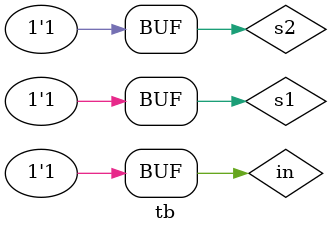
<source format=v>

module demux(input in,
             input s1=0,s2=0,
             output [3:0]out);
 
  assign out[3]=s1?(s2?in:0):0;
  assign out[2]=s1?(s2?0:in):0;
  assign out[1]=s1?0:(s2?in:0);
  assign out[0]=s1?0:(s2?0:in);

endmodule
             
//testbench

module tb();
  reg in,s1,s2;
  wire [3:0]out;
  
  demux d1(.in(in),.s1(s1),.s2(s2),.out(out));
  
  initial begin
    $monitor("Time=%0t  in=%b  sel=%b%b  out=%b",$time,in,s1,s2,out);
    in<=0;s1=0;s2=0;
     in<=1;
	s1=0;s2=0;
    #2{s1,s2}=1;
    #2{s1,s2}=2;
    #2{s1,s2}=3;
    
  end
endmodule
    

</source>
